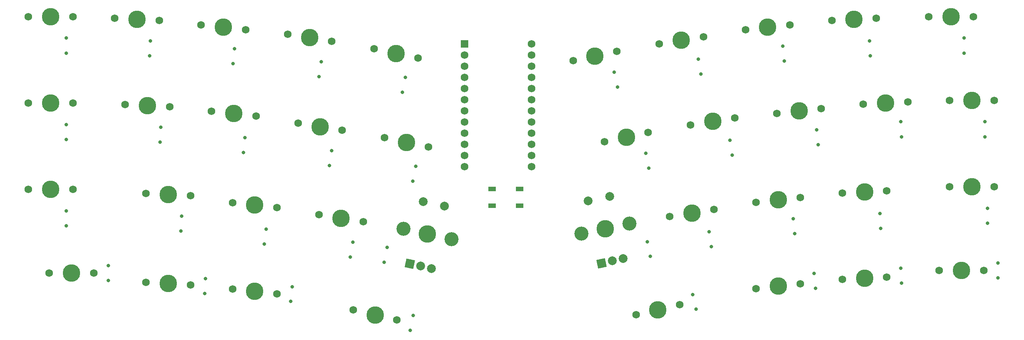
<source format=gbr>
%TF.GenerationSoftware,KiCad,Pcbnew,(6.0.4)*%
%TF.CreationDate,2022-10-27T11:49:13-07:00*%
%TF.ProjectId,tiddlywink,74696464-6c79-4776-996e-6b2e6b696361,rev?*%
%TF.SameCoordinates,Original*%
%TF.FileFunction,Soldermask,Top*%
%TF.FilePolarity,Negative*%
%FSLAX46Y46*%
G04 Gerber Fmt 4.6, Leading zero omitted, Abs format (unit mm)*
G04 Created by KiCad (PCBNEW (6.0.4)) date 2022-10-27 11:49:13*
%MOMM*%
%LPD*%
G01*
G04 APERTURE LIST*
G04 Aperture macros list*
%AMRotRect*
0 Rectangle, with rotation*
0 The origin of the aperture is its center*
0 $1 length*
0 $2 width*
0 $3 Rotation angle, in degrees counterclockwise*
0 Add horizontal line*
21,1,$1,$2,0,0,$3*%
G04 Aperture macros list end*
%ADD10C,1.750000*%
%ADD11C,3.987800*%
%ADD12RotRect,2.000000X2.000000X78.000000*%
%ADD13C,2.000000*%
%ADD14C,3.200000*%
%ADD15RotRect,2.000000X2.000000X102.000000*%
%ADD16R,1.700000X1.000000*%
%ADD17R,1.752600X1.752600*%
%ADD18C,1.752600*%
%ADD19C,0.800000*%
G04 APERTURE END LIST*
D10*
%TO.C,MX34*%
X102206540Y-94107329D03*
D11*
X107156340Y-95250080D03*
D10*
X112106140Y-96392831D03*
%TD*%
D11*
%TO.C,MX25*%
X119062600Y-76795377D03*
%TD*%
D12*
%TO.C,KNOB2*%
X115057893Y-83611705D03*
D13*
X119948631Y-84651263D03*
X117503262Y-84131484D03*
D14*
X113584973Y-75631072D03*
X124540227Y-77959682D03*
D13*
X122963351Y-70468123D03*
X118072613Y-69428565D03*
%TD*%
D11*
%TO.C,MX26*%
X159543884Y-75604751D03*
%TD*%
D10*
%TO.C,MX35*%
X176399944Y-92916703D03*
X166500344Y-95202205D03*
D11*
X171450144Y-94059454D03*
%TD*%
D13*
%TO.C,KNOB1*%
X155643133Y-69277497D03*
X160533871Y-68237939D03*
D14*
X165021511Y-74440446D03*
X154066257Y-76769056D03*
D13*
X161103222Y-82940858D03*
X163548591Y-82421079D03*
D15*
X158657853Y-83460637D03*
%TD*%
D10*
%TO.C,MX30*%
X247967704Y-66079743D03*
X237807704Y-66079743D03*
D11*
X242887704Y-66079743D03*
%TD*%
D10*
%TO.C,MX13*%
X80061609Y-49941984D03*
D11*
X75009438Y-49410979D03*
D10*
X69957267Y-48879974D03*
%TD*%
%TO.C,MX24*%
X94399814Y-72428812D03*
D11*
X99417271Y-73223499D03*
D10*
X104434728Y-74018186D03*
%TD*%
D11*
%TO.C,MX18*%
X203597046Y-48815666D03*
D10*
X198544875Y-49346671D03*
X208649217Y-48284661D03*
%TD*%
%TO.C,MX10*%
X243205200Y-27384398D03*
D11*
X238125200Y-27384398D03*
D10*
X233045200Y-27384398D03*
%TD*%
%TO.C,MX29*%
X223552909Y-67004502D03*
D11*
X218479871Y-67270369D03*
D10*
X213406833Y-67536236D03*
%TD*%
%TO.C,MX8*%
X201505461Y-29234645D03*
X191401119Y-30296655D03*
D11*
X196453290Y-29765650D03*
%TD*%
D10*
%TO.C,MX6*%
X162131622Y-35257902D03*
X152193642Y-37370284D03*
D11*
X157162632Y-36314093D03*
%TD*%
D10*
%TO.C,MX27*%
X174171756Y-72827560D03*
X184206670Y-71238186D03*
D11*
X179189213Y-72032873D03*
%TD*%
D10*
%TO.C,MX31*%
X33020032Y-85725072D03*
D11*
X38100032Y-85725072D03*
D10*
X43180032Y-85725072D03*
%TD*%
D16*
%TO.C,RST1*%
X133771990Y-66560995D03*
X140071990Y-66560995D03*
X133771990Y-70360995D03*
X140071990Y-70360995D03*
%TD*%
D11*
%TO.C,MX28*%
X198834542Y-69056308D03*
D10*
X193782371Y-69587313D03*
X203886713Y-68525303D03*
%TD*%
%TO.C,MX36*%
X193782371Y-89232642D03*
X203886713Y-88170632D03*
D11*
X198834542Y-88701637D03*
%TD*%
D10*
%TO.C,MX4*%
X87256058Y-31352215D03*
D11*
X92273515Y-32146902D03*
D10*
X97290972Y-32941589D03*
%TD*%
D11*
%TO.C,MX22*%
X60126613Y-67865682D03*
D10*
X55053575Y-67599815D03*
X65199651Y-68131549D03*
%TD*%
%TO.C,MX15*%
X119269086Y-57015613D03*
X109331106Y-54903231D03*
D11*
X114300096Y-55959422D03*
%TD*%
D10*
%TO.C,MX17*%
X178934260Y-51991605D03*
D11*
X183951717Y-51196918D03*
D10*
X188969174Y-50402231D03*
%TD*%
%TO.C,MX3*%
X67576015Y-29234645D03*
D11*
X72628186Y-29765650D03*
D10*
X77680357Y-30296655D03*
%TD*%
D17*
%TO.C,PM1*%
X127516051Y-33552638D03*
D18*
X127516051Y-36092638D03*
X127516051Y-38632638D03*
X127516051Y-41172638D03*
X127516051Y-43712638D03*
X127516051Y-46252638D03*
X127516051Y-48792638D03*
X127516051Y-51332638D03*
X127516051Y-53872638D03*
X127516051Y-56412638D03*
X127516051Y-58952638D03*
X127516051Y-61492638D03*
X142756051Y-61492638D03*
X142756051Y-58952638D03*
X142756051Y-56412638D03*
X142756051Y-53872638D03*
X142756051Y-51332638D03*
X142756051Y-48792638D03*
X142756051Y-46252638D03*
X142756051Y-43712638D03*
X142756051Y-41172638D03*
X142756051Y-38632638D03*
X142756051Y-36092638D03*
X142756051Y-33552638D03*
%TD*%
D10*
%TO.C,MX38*%
X235426452Y-85129759D03*
X245586452Y-85129759D03*
D11*
X240506452Y-85129759D03*
%TD*%
%TO.C,MX7*%
X176807961Y-32742215D03*
D10*
X171790504Y-33536902D03*
X181825418Y-31947528D03*
%TD*%
%TO.C,MX32*%
X65199651Y-88372191D03*
X55053575Y-87840457D03*
D11*
X60126613Y-88106324D03*
%TD*%
D10*
%TO.C,MX19*%
X228315413Y-46763860D03*
D11*
X223242375Y-47029727D03*
D10*
X218169337Y-47295594D03*
%TD*%
%TO.C,MX9*%
X221171657Y-27713844D03*
D11*
X216098619Y-27979711D03*
D10*
X211025581Y-28245578D03*
%TD*%
%TO.C,MX20*%
X237807704Y-46434414D03*
D11*
X242887704Y-46434414D03*
D10*
X247967704Y-46434414D03*
%TD*%
%TO.C,MX23*%
X84824113Y-70777939D03*
X74719771Y-69715929D03*
D11*
X79771942Y-70246934D03*
%TD*%
D10*
%TO.C,MX33*%
X84824113Y-90423268D03*
X74719771Y-89361258D03*
D11*
X79771942Y-89892263D03*
%TD*%
%TO.C,MX14*%
X94654767Y-52387544D03*
D10*
X99672224Y-53182231D03*
X89637310Y-51592857D03*
%TD*%
%TO.C,MX37*%
X223552909Y-86649831D03*
X213406833Y-87181565D03*
D11*
X218479871Y-86915698D03*
%TD*%
%TO.C,MX21*%
X33337528Y-66675056D03*
D10*
X38417528Y-66675056D03*
X28257528Y-66675056D03*
%TD*%
D11*
%TO.C,MX12*%
X55364109Y-47625040D03*
D10*
X60437147Y-47890907D03*
X50291071Y-47359173D03*
%TD*%
D11*
%TO.C,MX2*%
X52982857Y-27979711D03*
D10*
X47909819Y-27713844D03*
X58055895Y-28245578D03*
%TD*%
%TO.C,MX5*%
X106949854Y-34662589D03*
D11*
X111918844Y-35718780D03*
D10*
X116887834Y-36774971D03*
%TD*%
%TO.C,MX11*%
X38417528Y-47029727D03*
D11*
X33337528Y-47029727D03*
D10*
X28257528Y-47029727D03*
%TD*%
D11*
%TO.C,MX16*%
X164306388Y-54768796D03*
D10*
X159337398Y-55824987D03*
X169275378Y-53712605D03*
%TD*%
%TO.C,MX1*%
X28257528Y-27384398D03*
X38417528Y-27384398D03*
D11*
X33337528Y-27384398D03*
%TD*%
D19*
%TO.C,D17*%
X188384847Y-58829118D03*
X187852969Y-55470978D03*
%TD*%
%TO.C,D13*%
X77212992Y-58245422D03*
X77568388Y-54864048D03*
%TD*%
%TO.C,D14*%
X96770080Y-61210370D03*
X97301958Y-57852230D03*
%TD*%
%TO.C,D33*%
X87928478Y-92178111D03*
X88283874Y-88796737D03*
%TD*%
%TO.C,D3*%
X74831740Y-38004780D03*
X75187136Y-34623406D03*
%TD*%
%TO.C,D38*%
X248840834Y-86829759D03*
X248840834Y-83429759D03*
%TD*%
%TO.C,D9*%
X219759468Y-36225824D03*
X219581526Y-32830484D03*
%TD*%
%TO.C,D10*%
X241101765Y-35632841D03*
X241101765Y-32232841D03*
%TD*%
%TO.C,D31*%
X46434414Y-87425072D03*
X46434414Y-84025072D03*
%TD*%
%TO.C,D11*%
X36909406Y-55278170D03*
X36909406Y-51878170D03*
%TD*%
%TO.C,D15*%
X115732585Y-64766029D03*
X116439485Y-61440327D03*
%TD*%
%TO.C,D24*%
X101532584Y-82046325D03*
X102064462Y-78688185D03*
%TD*%
%TO.C,D37*%
X226903224Y-88018055D03*
X226725282Y-84622715D03*
%TD*%
%TO.C,D16*%
X169422342Y-61789464D03*
X168715442Y-58463762D03*
%TD*%
%TO.C,D12*%
X58251703Y-55871153D03*
X58429645Y-52475813D03*
%TD*%
%TO.C,D32*%
X68372024Y-90399307D03*
X68549966Y-87003967D03*
%TD*%
%TO.C,D18*%
X207941935Y-56459483D03*
X207586539Y-53078109D03*
%TD*%
%TO.C,D7*%
X181241091Y-40374415D03*
X180709213Y-37016275D03*
%TD*%
%TO.C,D29*%
X222140720Y-75516482D03*
X221962778Y-72121142D03*
%TD*%
%TO.C,D1*%
X36909406Y-35632841D03*
X36909406Y-32232841D03*
%TD*%
%TO.C,D20*%
X245864269Y-54682857D03*
X245864269Y-51282857D03*
%TD*%
%TO.C,D19*%
X226903224Y-54680527D03*
X226725282Y-51285187D03*
%TD*%
%TO.C,D28*%
X202584118Y-76700125D03*
X202228722Y-73318751D03*
%TD*%
%TO.C,D27*%
X183622343Y-79665073D03*
X183090465Y-76306933D03*
%TD*%
%TO.C,D8*%
X200202866Y-37409467D03*
X199847470Y-34028093D03*
%TD*%
%TO.C,D2*%
X55870451Y-36225824D03*
X56048393Y-32830484D03*
%TD*%
%TO.C,D26*%
X169068892Y-78581316D03*
X169775792Y-81907018D03*
%TD*%
%TO.C,D23*%
X81975496Y-79081377D03*
X82330892Y-75700003D03*
%TD*%
%TO.C,D6*%
X162278586Y-43334761D03*
X161571686Y-40009059D03*
%TD*%
%TO.C,D30*%
X246459582Y-74328186D03*
X246459582Y-70928186D03*
%TD*%
%TO.C,D25*%
X109184142Y-83220732D03*
X109891042Y-79895030D03*
%TD*%
%TO.C,D22*%
X63014207Y-76111795D03*
X63192149Y-72716455D03*
%TD*%
%TO.C,D36*%
X207346622Y-89201698D03*
X206991226Y-85820324D03*
%TD*%
%TO.C,D5*%
X113351333Y-44525387D03*
X114058233Y-41199685D03*
%TD*%
%TO.C,D35*%
X180137976Y-93936366D03*
X179431076Y-90610664D03*
%TD*%
%TO.C,D4*%
X94388828Y-40969728D03*
X94920706Y-37611588D03*
%TD*%
%TO.C,D34*%
X115137272Y-98698870D03*
X115844172Y-95373168D03*
%TD*%
%TO.C,D21*%
X36909406Y-74923499D03*
X36909406Y-71523499D03*
%TD*%
M02*

</source>
